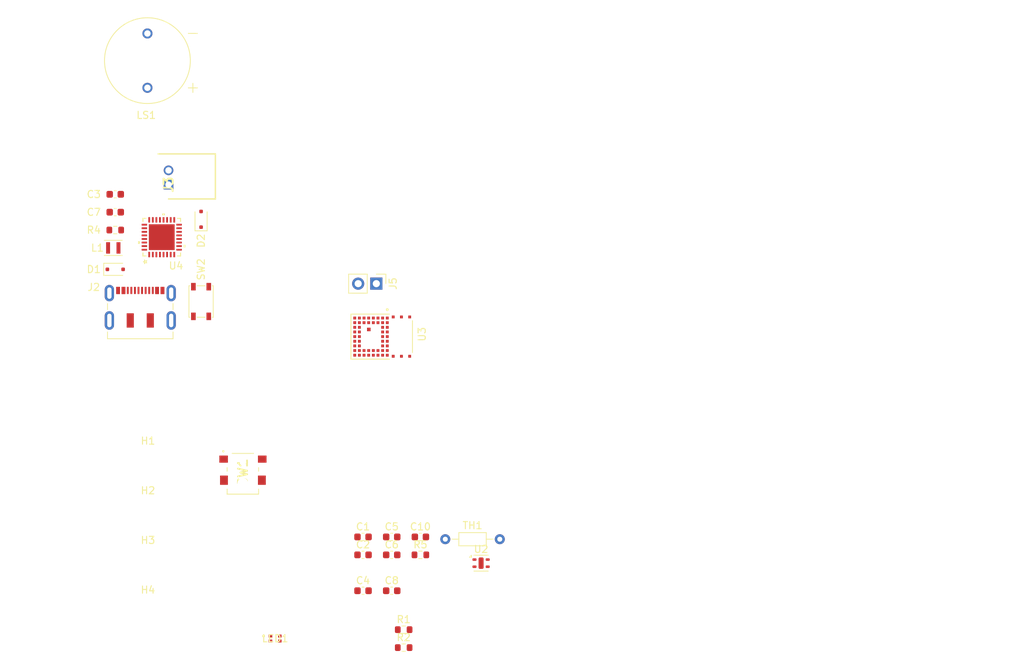
<source format=kicad_pcb>
(kicad_pcb (version 20240108) (generator "pcbnew") (generator_version "8.0")
  (layers (0 "F.Cu" signal) (1 "In1.Cu" signal) (2 "In2.Cu" signal) (31 "B.Cu" signal) (34 "B.Paste" user) (35 "F.Paste" user) (36 "B.SilkS" user "B.Silkscreen") (37 "F.SilkS" user "F.Silkscreen") (38 "B.Mask" user) (39 "F.Mask" user) (44 "Edge.Cuts" user))
  (net 0 "")
  (net 1 "GND")
  (net 2 "/Vtherm")
  (net 3 "VDD")
  (net 4 "3V3")
  (net 5 "+BATT")
  (net 7 "/VDD_THERM")
  (net 8 "VBUSOUT")
  (net 9 "/Door_IRQ")
  (net 10 "/LSOUT2")
  (net 11 "VSYS")
  (net 12 "VBUSIN")
  (net 13 "Net-(U4-SW2)")
  (net 14 "/SDA")
  (net 15 "/SCL")
  (net 16 "/SWDIO")
  (net 17 "/SWCLK")
  (net 18 "/LED1")
  (net 19 "/LED2")
  (net 20 "/LED0")
  (net 21 "Net-(U4-VSET2)")
  (net 22 "/SHPHLD")
  (net 24 "/GPIO0")
  (net 31 "/MCU_TX1")
  (net 34 "/MCU_RX1")
  (net 36 "/GPIO2")
  (net 39 "/D-")
  (net 41 "/D+")
  (net 45 "/GPIO1")
  (net 53 "/GPIO4")
  (net 54 "VBAT")
  (net 55 "/CC2")
  (net 56 "/GPIO3")
  (net 58 "/CC1")
  (footprint "Resistor_THT:R_Axial_DIN0204_L3.6mm_D1.6mm_P7.62mm_Horizontal" (layer "F.Cu") (at 85.94 129.355)
    (property "Reference" "TH1" (at 3.81 -1.92 0) (layer "F.SilkS"))
    (property "Value" "3.3K@25C")
    (fp_line (start 0.94 0) (end 1.89 0) (stroke (width 0.12)) (layer "F.SilkS"))
    (fp_line (start 1.89 -0.92) (end 1.89 0.92) (stroke (width 0.12)) (layer "F.SilkS"))
    (fp_line (start 1.89 0.92) (end 5.73 0.92) (stroke (width 0.12)) (layer "F.SilkS"))
    (fp_line (start 5.73 -0.92) (end 1.89 -0.92) (stroke (width 0.12)) (layer "F.SilkS"))
    (fp_line (start 5.73 0.92) (end 5.73 -0.92) (stroke (width 0.12)) (layer "F.SilkS"))
    (fp_line (start 6.68 0) (end 5.73 0) (stroke (width 0.12)) (layer "F.SilkS"))
    (pad "1" thru_hole circle (at 0 0) (size 1.4 1.4) (drill 0.7) (layers "*.Cu" "*.Mask") (net 2 "/Vtherm"))
    (pad "2" thru_hole oval (at 7.62 0) (size 1.4 1.4) (drill 0.7) (layers "*.Cu" "*.Mask") (net 1 "GND"))
  )
  (footprint "Capacitor_SMD:C_0603_1608Metric" (layer "F.Cu") (at 82.46 129.035)
    (property "Reference" "C10" (at 0 -1.43 0) (layer "F.SilkS"))
    (property "Value" "10uF")
    (fp_line (start -0.14058 -0.51) (end 0.14058 -0.51) (stroke (width 0.12)) (layer "F.SilkS"))
    (fp_line (start -0.14058 0.51) (end 0.14058 0.51) (stroke (width 0.12)) (layer "F.SilkS"))
    (pad "1" smd roundrect (at -0.775 0) (size 0.9 0.95) (layers "F.Cu" "F.Paste" "F.Mask") (net 11 "VSYS"))
    (pad "2" smd roundrect (at 0.775 0) (size 0.9 0.95) (layers "F.Cu" "F.Paste" "F.Mask") (net 1 "GND"))
  )
  (footprint "MountingHole:MountingHole_2.7mm_M2.5" (layer "F.Cu") (at 44.372201 119.301602)
    (property "Reference" "H1" (at 0 -3.7 0) (layer "F.SilkS"))
    (property "Value" "MountingHole")
    (pad "" np_thru_hole circle (at 0 0) (size 2.7 2.7) (drill 2.7) (layers "*.Cu" "*.Mask"))
  )
  (footprint "Sensor_Humidity:Sensirion_DFN-4-1EP_2x2mm_P1mm_EP0.7x1.6mm" (layer "F.Cu") (at 90.945 132.705)
    (property "Reference" "U2" (at 0 -1.95 0) (layer "F.SilkS"))
    (property "Value" "SHTC3")
    (fp_line (start -1 -1.11) (end 1 -1.11) (stroke (width 0.12)) (layer "F.SilkS"))
    (fp_line (start -1 1.11) (end 1 1.11) (stroke (width 0.12)) (layer "F.SilkS"))
    (fp_poly (pts (xy -1.35 -0.82) (xy -1.63 -0.82) (xy -1.35 -1.1) (xy -1.35 -0.82)) (stroke (width 0.12)) (fill solid) (layer "F.SilkS"))
    (pad "1" smd roundrect (at -0.925 -0.5) (size 0.55 0.35) (layers "F.Cu" "F.Mask") (net 3 "VDD"))
    (pad "2" smd roundrect (at -0.925 0.5) (size 0.55 0.35) (layers "F.Cu" "F.Mask") (net 15 "/SCL"))
    (pad "3" smd roundrect (at 0.925 0.5) (size 0.55 0.35) (layers "F.Cu" "F.Mask") (net 14 "/SDA"))
    (pad "4" smd roundrect (at 0.925 -0.5) (size 0.55 0.35) (layers "F.Cu" "F.Mask") (net 1 "GND"))
    (pad "5" smd roundrect (at 0 0) (size 0.7 1.6) (layers "F.Cu" "F.Mask"))
  )
  (footprint "Capacitor_SMD:C_0603_1608Metric" (layer "F.Cu") (at 78.45 131.545)
    (property "Reference" "C6" (at 0 -1.43 0) (layer "F.SilkS"))
    (property "Value" "100nF")
    (fp_line (start -0.14058 -0.51) (end 0.14058 -0.51) (stroke (width 0.12)) (layer "F.SilkS"))
    (fp_line (start -0.14058 0.51) (end 0.14058 0.51) (stroke (width 0.12)) (layer "F.SilkS"))
    (pad "1" smd roundrect (at -0.775 0) (size 0.9 0.95) (layers "F.Cu" "F.Paste" "F.Mask") (net 9 "/Door_IRQ"))
    (pad "2" smd roundrect (at 0.775 0) (size 0.9 0.95) (layers "F.Cu" "F.Paste" "F.Mask") (net 1 "GND"))
  )
  (footprint "MountingHole:MountingHole_2.7mm_M2.5" (layer "F.Cu") (at 44.372201 133.201602)
    (property "Reference" "H3" (at 0 -3.7 0) (layer "F.SilkS"))
    (property "Value" "MountingHole")
    (pad "" np_thru_hole circle (at 0 0) (size 2.7 2.7) (drill 2.7) (layers "*.Cu" "*.Mask"))
  )
  (footprint "MountingHole:MountingHole_2.7mm_M2.5" (layer "F.Cu") (at 44.372201 126.251602)
    (property "Reference" "H2" (at 0 -3.7 0) (layer "F.SilkS"))
    (property "Value" "MountingHole")
    (pad "" np_thru_hole circle (at 0 0) (size 2.7 2.7) (drill 2.7) (layers "*.Cu" "*.Mask"))
  )
  (footprint "CL-DA-1BB4-A2T:CLDA1BB4A2T" (layer "F.Cu") (at 57.65 120.2 90)
    (property "Reference" "SW1" (at 0.175 0 90) (layer "F.SilkS") (effects (font (size 1.27 1.27) (thickness 0.254))))
    (property "Value" "SW_Push_SPDT" (hide yes))
    (fp_line (start 3.2 -2.75) (end 3.2 -2.75) (stroke (width 0.2)) (layer "F.SilkS"))
    (fp_line (start 3.1 -2.75) (end 3.1 -2.75) (stroke (width 0.2)) (layer "F.SilkS"))
    (fp_line (start 3.1 -2.75) (end 3.1 -2.75) (stroke (width 0.2)) (layer "F.SilkS"))
    (fp_line (start 0.85 -2.2) (end 0.85 -2.2) (stroke (width 0.1)) (layer "F.SilkS"))
    (fp_line (start 0.85 -2.2) (end 0.35 -2.2) (stroke (width 0.1)) (layer "F.SilkS"))
    (fp_line (start 0.35 -2.2) (end 0.85 -2.2) (stroke (width 0.1)) (layer "F.SilkS"))
    (fp_line (start 0.35 -2.2) (end 0.35 -2.2) (stroke (width 0.1)) (layer "F.SilkS"))
    (fp_line (start -2.15 -2.2) (end -2.15 -2.2) (stroke (width 0.1)) (layer "F.SilkS"))
    (fp_line (start -2.15 -2.2) (end -2.85 -2.2) (stroke (width 0.1)) (layer "F.SilkS"))
    (fp_line (start -2.85 -2.2) (end -2.15 -2.2) (stroke (width 0.1)) (layer "F.SilkS"))
    (fp_line (start -2.85 -2.2) (end -2.85 -2.2) (stroke (width 0.1)) (layer "F.SilkS"))
    (fp_line (start -2.85 -2.2) (end -2.85 -2.2) (stroke (width 0.1)) (layer "F.SilkS"))
    (fp_line (start -2.85 -2.2) (end -2.85 2.2) (stroke (width 0.1)) (layer "F.SilkS"))
    (fp_line (start 2.85 -1.5) (end 2.85 -1.5) (stroke (width 0.1)) (layer "F.SilkS"))
    (fp_line (start 2.85 -1.5) (end 2.85 1.5) (stroke (width 0.1)) (layer "F.SilkS"))
    (fp_line (start 2.85 1.5) (end 2.85 -1.5) (stroke (width 0.1)) (layer "F.SilkS"))
    (fp_line (start 2.85 1.5) (end 2.85 1.5) (stroke (width 0.1)) (layer "F.SilkS"))
    (fp_line (start 0.85 2.2) (end 0.85 2.2) (stroke (width 0.1)) (layer "F.SilkS"))
    (fp_line (start 0.85 2.2) (end 0.35 2.2) (stroke (width 0.1)) (layer "F.SilkS"))
    (fp_line (start 0.35 2.2) (end 0.85 2.2) (stroke (width 0.1)) (layer "F.SilkS"))
    (fp_line (start 0.35 2.2) (end 0.35 2.2) (stroke (width 0.1)) (layer "F.SilkS"))
    (fp_line (start -2.15 2.2) (end -2.15 2.2) (stroke (width 0.1)) (layer "F.SilkS"))
    (fp_line (start -2.15 2.2) (end -2.85 2.2) (stroke (width 0.1)) (layer "F.SilkS"))
    (fp_line (start -2.85 2.2) (end -2.85 -2.2) (stroke (width 0.1)) (layer "F.SilkS"))
    (fp_line (start -2.85 2.2) (end -2.15 2.2) (stroke (width 0.1)) (layer "F.SilkS"))
    (fp_line (start -2.85 2.2) (end -2.85 2.2) (stroke (width 0.1)) (layer "F.SilkS"))
    (fp_line (start -2.85 2.2) (end -2.85 2.2) (stroke (width 0.1)) (layer "F.SilkS"))
    (fp_arc (start 3.2 -2.75) (mid 3.15 -2.7) (end 3.1 -2.75) (stroke (width 0.2)) (layer "F.SilkS"))
    (fp_arc (start 3.2 -2.75) (mid 3.15 -2.7) (end 3.1 -2.75) (stroke (width 0.2)) (layer "F.SilkS"))
    (fp_arc (start 3.1 -2.75) (mid 3.15 -2.8) (end 3.2 -2.75) (stroke (width 0.2)) (layer "F.SilkS"))
    (pad "" np_thru_hole circle (at -1.4 0 90) (size 1.54 1.54) (drill 1.54) (layers "*.Cu" "*.Mask"))
    (pad "" np_thru_hole circle (at 1.6 0 90) (size 0.9 0.9) (drill 0.9) (layers "*.Cu" "*.Mask"))
    (pad "1" smd rect (at 2.05 -2.7 90) (size 1 1.2) (layers "F.Cu" "F.Paste" "F.Mask") (net 1 "GND"))
    (pad "2" smd rect (at -0.9 -2.65 180) (size 1.1 1.3) (layers "F.Cu" "F.Paste" "F.Mask") (net 9 "/Door_IRQ"))
    (pad "3" smd rect (at 2.05 2.7 90) (size 1 1.2) (layers "F.Cu" "F.Paste" "F.Mask") (net 3 "VDD"))
    (pad "4" smd rect (at -0.9 2.65 180) (size 1.1 1.3) (layers "F.Cu" "F.Paste" "F.Mask"))
  )
  (footprint "Capacitor_SMD:C_0603_1608Metric" (layer "F.Cu") (at 39.8 81.1 180)
    (property "Reference" "C3" (at 3 0 360) (layer "F.SilkS"))
    (property "Value" "1uF")
    (fp_line (start -0.14058 0.51) (end 0.14058 0.51) (stroke (width 0.12)) (layer "F.SilkS"))
    (fp_line (start -0.14058 -0.51) (end 0.14058 -0.51) (stroke (width 0.12)) (layer "F.SilkS"))
    (pad "1" smd roundrect (at -0.775 0 180) (size 0.9 0.95) (layers "F.Cu" "F.Paste" "F.Mask") (net 8 "VBUSOUT"))
    (pad "2" smd roundrect (at 0.775 0 180) (size 0.9 0.95) (layers "F.Cu" "F.Paste" "F.Mask") (net 1 "GND"))
  )
  (footprint "MountingHole:MountingHole_2.7mm_M2.5" (layer "F.Cu") (at 44.372201 140.151602)
    (property "Reference" "H4" (at 0 -3.7 0) (layer "F.SilkS"))
    (property "Value" "MountingHole")
    (pad "" np_thru_hole circle (at 0 0) (size 2.7 2.7) (drill 2.7) (layers "*.Cu" "*.Mask"))
  )
  (footprint "Resistor_SMD:R_0603_1608Metric" (layer "F.Cu") (at 80.122 144.52)
    (property "Reference" "R2" (at 0 -1.43 0) (layer "F.SilkS"))
    (property "Value" "10K")
    (fp_line (start -0.237258 -0.5225) (end 0.237258 -0.5225) (stroke (width 0.12)) (layer "F.SilkS"))
    (fp_line (start -0.237258 0.5225) (end 0.237258 0.5225) (stroke (width 0.12)) (layer "F.SilkS"))
    (pad "1" smd roundrect (at -0.825 0) (size 0.8 0.95) (layers "F.Cu" "F.Paste" "F.Mask") (net 4 "3V3"))
    (pad "2" smd roundrect (at 0.825 0) (size 0.8 0.95) (layers "F.Cu" "F.Paste" "F.Mask") (net 15 "/SCL"))
  )
  (footprint "Button_Switch_SMD:SW_SPST_PTS810" (layer "F.Cu") (at 51.8 96.1 90)
    (property "Reference" "SW2" (at 4.5 0 90) (layer "F.SilkS"))
    (property "Value" "SW_Push")
    (fp_line (start 2.2 -1.7) (end -2.2 -1.7) (stroke (width 0.12)) (layer "F.SilkS"))
    (fp_line (start -2.2 -1.7) (end -2.2 -1.58) (stroke (width 0.12)) (layer "F.SilkS"))
    (fp_line (start 2.2 -1.58) (end 2.2 -1.7) (stroke (width 0.12)) (layer "F.SilkS"))
    (fp_line (start -2.2 -0.57) (end -2.2 0.57) (stroke (width 0.12)) (layer "F.SilkS"))
    (fp_line (start 2.2 0.57) (end 2.2 -0.57) (stroke (width 0.12)) (layer "F.SilkS"))
    (fp_line (start -2.2 1.58) (end -2.2 1.7) (stroke (width 0.12)) (layer "F.SilkS"))
    (fp_line (start 2.2 1.7) (end 2.2 1.58) (stroke (width 0.12)) (layer "F.SilkS"))
    (fp_line (start -2.2 1.7) (end 2.2 1.7) (stroke (width 0.12)) (layer "F.SilkS"))
    (pad "1" smd rect (at -2.075 -1.075 90) (size 1.05 0.65) (layers "F.Cu" "F.Paste" "F.Mask") (net 1 "GND"))
    (pad "1" smd rect (at 2.075 -1.075 90) (size 1.05 0.65) (layers "F.Cu" "F.Paste" "F.Mask") (net 1 "GND"))
    (pad "2" smd rect (at -2.075 1.075 90) (size 1.05 0.65) (layers "F.Cu" "F.Paste" "F.Mask") (net 22 "/SHPHLD"))
    (pad "2" smd rect (at 2.075 1.075 90) (size 1.05 0.65) (layers "F.Cu" "F.Paste" "F.Mask") (net 22 "/SHPHLD"))
  )
  (footprint "Capacitor_SMD:C_0603_1608Metric" (layer "F.Cu") (at 74.44 129.035)
    (property "Reference" "C1" (at 0 -1.43 0) (layer "F.SilkS"))
    (property "Value" "10uF")
    (fp_line (start -0.14058 -0.51) (end 0.14058 -0.51) (stroke (width 0.12)) (layer "F.SilkS"))
    (fp_line (start -0.14058 0.51) (end 0.14058 0.51) (stroke (width 0.12)) (layer "F.SilkS"))
    (pad "1" smd roundrect (at -0.775 0) (size 0.9 0.95) (layers "F.Cu" "F.Paste" "F.Mask") (net 4 "3V3"))
    (pad "2" smd roundrect (at 0.775 0) (size 0.9 0.95) (layers "F.Cu" "F.Paste" "F.Mask") (net 1 "GND"))
  )
  (footprint "Connector_PinHeader_2.54mm:PinHeader_1x02_P2.54mm_Vertical" (layer "F.Cu") (at 76.3 93.6 -90)
    (property "Reference" "J5" (at 0 -2.33 90) (layer "F.SilkS"))
    (property "Value" "Conn_01x02_Pin")
    (fp_line (start -1.33 3.87) (end 1.33 3.87) (stroke (width 0.12)) (layer "F.SilkS"))
    (fp_line (start -1.33 1.27) (end -1.33 3.87) (stroke (width 0.12)) (layer "F.SilkS"))
    (fp_line (start -1.33 1.27) (end 1.33 1.27) (stroke (width 0.12)) (layer "F.SilkS"))
    (fp_line (start 1.33 1.27) (end 1.33 3.87) (stroke (width 0.12)) (layer "F.SilkS"))
    (fp_line (start -1.33 0) (end -1.33 -1.33) (stroke (width 0.12)) (layer "F.SilkS"))
    (fp_line (start -1.33 -1.33) (end 0 -1.33) (stroke (width 0.12)) (layer "F.SilkS"))
    (pad "1" thru_hole rect (at 0 0 270) (size 1.7 1.7) (drill 1) (layers "*.Cu" "*.Mask") (net 17 "/SWCLK"))
    (pad "2" thru_hole oval (at 0 2.54 270) (size 1.7 1.7) (drill 1) (layers "*.Cu" "*.Mask") (net 16 "/SWDIO"))
  )
  (footprint "Diode_SMD:D_SOD-323F" (layer "F.Cu") (at 51.8 84.6 90)
    (property "Reference" "D2" (at -3 0 90) (layer "F.SilkS"))
    (property "Value" "D_TVS")
    (fp_line (start -1.61 -0.85) (end 1.05 -0.85) (stroke (width 0.12)) (layer "F.SilkS"))
    (fp_line (start -1.61 -0.85) (end -1.61 0.85) (stroke (width 0.12)) (layer "F.SilkS"))
    (fp_line (start -1.61 0.85) (end 1.05 0.85) (stroke (width 0.12)) (layer "F.SilkS"))
    (pad "1" smd roundrect (at -1.1 0 90) (size 0.5 0.5) (layers "F.Cu" "F.Paste" "F.Mask") (net 1 "GND"))
    (pad "2" smd roundrect (at 1.1 0 90) (size 0.5 0.5) (layers "F.Cu" "F.Paste" "F.Mask") (net 5 "+BATT"))
  )
  (footprint "jst:SHDRRA2W50P0X200_1X2_600X770X525P" (layer "F.Cu") (at 47.25 79.75 -90)
    (property "Reference" "J3" (at 0 0 90) (layer "F.SilkS") (effects (font (size 1.27 1.27) (thickness 0.254))))
    (property "Value" "440055-2" (hide yes))
    (fp_line (start 2 0) (end 2 -6.55) (stroke (width 0.2)) (layer "F.SilkS"))
    (fp_line (start -4.3 -6.55) (end -4.3 1.45) (stroke (width 0.2)) (layer "F.SilkS"))
    (fp_line (start 2 -6.55) (end -4.3 -6.55) (stroke (width 0.2)) (layer "F.SilkS"))
    (pad "1" thru_hole rect (at 0 0 270) (size 1.35 1.35) (drill 0.9) (layers "*.Cu" "*.Mask") (net 1 "GND"))
    (pad "2" thru_hole circle (at -2 0 270) (size 1.35 1.35) (drill 0.9) (layers "*.Cu" "*.Mask") (net 5 "+BATT"))
  )
  (footprint "Capacitor_SMD:C_0603_1608Metric" (layer "F.Cu") (at 78.45 129.035)
    (property "Reference" "C5" (at 0 -1.43 0) (layer "F.SilkS"))
    (property "Value" "2.2uF")
    (fp_line (start -0.14058 -0.51) (end 0.14058 -0.51) (stroke (width 0.12)) (layer "F.SilkS"))
    (fp_line (start -0.14058 0.51) (end 0.14058 0.51) (stroke (width 0.12)) (layer "F.SilkS"))
    (pad "1" smd roundrect (at -0.775 0) (size 0.9 0.95) (layers "F.Cu" "F.Paste" "F.Mask") (net 5 "+BATT"))
    (pad "2" smd roundrect (at 0.775 0) (size 0.9 0.95) (layers "F.Cu" "F.Paste" "F.Mask") (net 1 "GND"))
  )
  (footprint "Capacitor_SMD:C_0603_1608Metric" (layer "F.Cu") (at 39.8 83.6)
    (property "Reference" "C7" (at -3 0 0) (layer "F.SilkS"))
    (property "Value" "0.1uF")
    (fp_line (start -0.14058 -0.51) (end 0.14058 -0.51) (stroke (width 0.12)) (layer "F.SilkS"))
    (fp_line (start -0.14058 0.51) (end 0.14058 0.51) (stroke (width 0.12)) (layer "F.SilkS"))
    (pad "1" smd roundrect (at -0.775 0) (size 0.9 0.95) (layers "F.Cu" "F.Paste" "F.Mask") (net 4 "3V3"))
    (pad "2" smd roundrect (at 0.775 0) (size 0.9 0.95) (layers "F.Cu" "F.Paste" "F.Mask") (net 1 "GND"))
  )
  (footprint "Inductor_SMD:L_Murata_DFE201610P" (layer "F.Cu") (at 39.525 88.6)
    (property "Reference" "L1" (at -2.225 0 0) (layer "F.SilkS"))
    (property "Value" "2.2uH")
    (fp_line (start -1.26 -1.06) (end 1.26 -1.06) (stroke (width 0.12)) (layer "F.SilkS"))
    (fp_line (start -1.26 1.06) (end 1.26 1.06) (stroke (width 0.12)) (layer "F.SilkS"))
    (pad "1" smd rect (at -0.725 0) (size 0.55 1.6) (layers "F.Cu" "F.Paste" "F.Mask") (net 4 "3V3"))
    (pad "2" smd rect (at 0.725 0) (size 0.55 1.6) (layers "F.Cu" "F.Paste" "F.Mask") (net 13 "Net-(U4-SW2)"))
  )
  (footprint "Resistor_SMD:R_0603_1608Metric" (layer "F.Cu") (at 39.8 86.1 180)
    (property "Reference" "R4" (at 3 0 360) (layer "F.SilkS"))
    (property "Value" "330K")
    (fp_line (start -0.237258 0.5225) (end 0.237258 0.5225) (stroke (width 0.12)) (layer "F.SilkS"))
    (fp_line (start -0.237258 -0.5225) (end 0.237258 -0.5225) (stroke (width 0.12)) (layer "F.SilkS"))
    (pad "1" smd roundrect (at -0.825 0 180) (size 0.8 0.95) (layers "F.Cu" "F.Paste" "F.Mask") (net 21 "Net-(U4-VSET2)"))
    (pad "2" smd roundrect (at 0.825 0 180) (size 0.8 0.95) (layers "F.Cu" "F.Paste" "F.Mask") (net 1 "GND"))
  )
  (footprint "Capacitor_SMD:C_0603_1608Metric" (layer "F.Cu") (at 74.44 131.545)
    (property "Reference" "C2" (at 0 -1.43 0) (layer "F.SilkS"))
    (property "Value" "100nF")
    (fp_line (start -0.14058 -0.51) (end 0.14058 -0.51) (stroke (width 0.12)) (layer "F.SilkS"))
    (fp_line (start -0.14058 0.51) (end 0.14058 0.51) (stroke (width 0.12)) (layer "F.SilkS"))
    (pad "1" smd roundrect (at -0.775 0) (size 0.9 0.95) (layers "F.Cu" "F.Paste" "F.Mask") (net 3 "VDD"))
    (pad "2" smd roundrect (at 0.775 0) (size 0.9 0.95) (layers "F.Cu" "F.Paste" "F.Mask") (net 1 "GND"))
  )
  (footprint "Resistor_SMD:R_0603_1608Metric" (layer "F.Cu") (at 80.122 142.01)
    (property "Reference" "R1" (at 0 -1.43 0) (layer "F.SilkS"))
    (property "Value" "10K")
    (fp_line (start -0.237258 -0.5225) (end 0.237258 -0.5225) (stroke (width 0.12)) (layer "F.SilkS"))
    (fp_line (start -0.237258 0.5225) (end 0.237258 0.5225) (stroke (width 0.12)) (layer "F.SilkS"))
    (pad "1" smd roundrect (at -0.825 0) (size 0.8 0.95) (layers "F.Cu" "F.Paste" "F.Mask") (net 4 "3V3"))
    (pad "2" smd roundrect (at 0.825 0) (size 0.8 0.95) (layers "F.Cu" "F.Paste" "F.Mask") (net 14 "/SDA"))
  )
  (footprint "453-00059R:XCVR_453-00059R" (layer "F.Cu") (at 77.05 101.01 -90)
    (property "Reference" "U3" (at -0.325 -5.635 90) (layer "F.SilkS"))
    (property "Value" "453-00059R")
    (fp_line (start -3.15 4.3) (end 3.15 4.3) (stroke (width 0.127)) (layer "F.SilkS"))
    (fp_line (start -3.15 4.3) (end -3.15 -1.09) (stroke (width 0.127)) (layer "F.SilkS"))
    (fp_line (start 3.15 4.3) (end 3.15 -1.09) (stroke (width 0.127)) (layer "F.SilkS"))
    (fp_line (start -2.23 -4.3) (end 2.23 -4.3) (stroke (width 0.127)) (layer "F.SilkS"))
    (fp_circle (center -3.773 -0.78) (end -3.673 -0.78) (stroke (width 0.2)) (fill none) (layer "F.SilkS"))
    (pad "1" smd rect (at -2.6 -0.78 270) (size 0.4 0.4) (layers "F.Cu" "F.Paste" "F.Mask") (net 1 "GND"))
    (pad "2" smd rect (at -1.95 -0.78 270) (size 0.4 0.4) (layers "F.Cu" "F.Paste" "F.Mask"))
    (pad "3" smd rect (at -1.3 -0.78 270) (size 0.4 0.4) (layers "F.Cu" "F.Paste" "F.Mask") (net 1 "GND"))
    (pad "4" smd rect (at -0.65 -0.78 270) (size 0.4 0.4) (layers "F.Cu" "F.Paste" "F.Mask"))
    (pad "5" smd rect (at 0 -0.78 270) (size 0.4 0.4) (layers "F.Cu" "F.Paste" "F.Mask") (net 1 "GND"))
    (pad "6" smd rect (at 0.65 -0.78 270) (size 0.4 0.4) (layers "F.Cu" "F.Paste" "F.Mask"))
    (pad "7" smd rect (at 1.3 -0.78 270) (size 0.4 0.4) (layers "F.Cu" "F.Paste" "F.Mask") (net 1 "GND"))
    (pad "8" smd rect (at 1.95 -0.78 270) (size 0.4 0.4) (layers "F.Cu" "F.Paste" "F.Mask"))
    (pad "9" smd rect (at 2.6 -0.78 270) (size 0.4 0.4) (layers "F.Cu" "F.Paste" "F.Mask") (net 1 "GND"))
    (pad "10" smd rect (at 2.6 -0.13 270) (size 0.4 0.4) (layers "F.Cu" "F.Paste" "F.Mask") (net 2 "/Vtherm"))
    (pad "11" smd rect (at 2.6 0.52 270) (size 0.4 0.4) (layers "F.Cu" "F.Paste" "F.Mask") (net 1 "GND"))
    (pad "12" smd rect (at 2.6 1.17 270) (size 0.4 0.4) (layers "F.Cu" "F.Paste" "F.Mask"))
    (pad "13" smd rect (at 2.6 1.82 270) (size 0.4 0.4) (layers "F.Cu" "F.Paste" "F.Mask"))
    (pad "14" smd rect (at 2.6 2.47 270) (size 0.4 0.4) (layers "F.Cu" "F.Paste" "F.Mask") (net 34 "/MCU_RX1"))
    (pad "15" smd rect (at 2.6 3.12 270) (size 0.4 0.4) (layers "F.Cu" "F.Paste" "F.Mask"))
    (pad "16" smd rect (at 2.6 3.77 270) (size 0.4 0.4) (layers "F.Cu" "F.Paste" "F.Mask") (net 1 "GND"))
    (pad "17" smd rect (at 1.95 3.77 270) (size 0.4 0.4) (layers "F.Cu" "F.Paste" "F.Mask"))
    (pad "18" smd rect (at 1.3 3.77 270) (size 0.4 0.4) (layers "F.Cu" "F.Paste" "F.Mask") (net 1 "GND"))
    (pad "19" smd rect (at 0.65 3.77 270) (size 0.4 0.4) (layers "F.Cu" "F.Paste" "F.Mask") (net 24 "/GPIO0"))
    (pad "20" smd rect (at 0 3.77 270) (size 0.4 0.4) (layers "F.Cu" "F.Paste" "F.Mask") (net 1 "GND"))
    (pad "21" smd rect (at -0.65 3.77 270) (size 0.4 0.4) (layers "F.Cu" "F.Paste" "F.Mask") (net 4 "3V3"))
    (pad "22" smd rect (at -1.3 3.77 270) (size 0.4 0.4) (layers "F.Cu" "F.Paste" "F.Mask") (net 4 "3V3"))
    (pad "23" smd rect (at -1.95 3.77 270) (size 0.4 0.4) (layers "F.Cu" "F.Paste" "F.Mask"))
    (pad "24" smd rect (at -2.6 3.77 270) (size 0.4 0.4) (layers "F.Cu" "F.Paste" "F.Mask") (net 1 "GND"))
    (pad "25" smd rect (at -2.6 3.12 270) (size 0.4 0.4) (layers "F.Cu" "F.Paste" "F.Mask") (net 8 "VBUSOUT"))
    (pad "26" smd rect (at -2.6 2.47 270) (size 0.4 0.4) (layers "F.Cu" "F.Paste" "F.Mask") (net 41 "/D+"))
    (pad "27" smd rect (at -2.6 1.82 270) (size 0.4 0.4) (layers "F.Cu" "F.Paste" "F.Mask"))
    (pad "28" smd rect (at -2.6 1.17 270) (size 0.4 0.4) (layers "F.Cu" "F.Paste" "F.Mask"))
    (pad "29" smd rect (at -2.6 0.52 270) (size 0.4 0.4) (layers "F.Cu" "F.Paste" "F.Mask") (net 45 "/GPIO1"))
    (pad "30" smd rect (at -2.6 -0.13 270) (size 0.4 0.4) (layers "F.Cu" "F.Paste" "F.Mask") (net 4 "3V3"))
    (pad "31" smd rect (at -1.95 -0.13 270) (size 0.4 0.4) (layers "F.Cu" "F.Paste" "F.Mask") (net 17 "/SWCLK"))
    (pad "32" smd rect (at -1.3 -0.13 270) (size 0.4 0.4) (layers "F.Cu" "F.Paste" "F.Mask"))
    (pad "33" smd rect (at -0.65 -0.13 270) (size 0.4 0.4) (layers "F.Cu" "F.Paste" "F.Mask"))
    (pad "34" smd rect (at 0 -0.13 270) (size 0.4 0.4) (layers "F.Cu" "F.Paste" "F.Mask"))
    (pad "35" smd rect (at 0.65 -0.13 270) (size 0.4 0.4) (layers "F.Cu" "F.Paste" "F.Mask"))
    (pad "36" smd rect (at 1.3 -0.13 270) (size 0.4 0.4) (layers "F.Cu" "F.Paste" "F.Mask") (net 7 "/VDD_THERM"))
    (pad "37" smd rect (at 1.95 -0.13 270) (size 0.4 0.4) (layers "F.Cu" "F.Paste" "F.Mask") (net 9 "/Door_IRQ"))
    (pad "38" smd rect (at 1.95 0.52 270) (size 0.4 0.4) (layers "F.Cu" "F.Paste" "F.Mask"))
    (pad "39" smd rect (at 1.95 1.17 270) (size 0.4 0.4) (layers "F.Cu" "F.Paste" "F.Mask"))
    (pad "40" smd rect (at 1.95 1.82 270) (size 0.4 0.4) (layers "F.Cu" "F.Paste" "F.Mask") (net 15 "/SCL"))
    (pad "41" smd rect (at 1.95 2.47 270) (size 0.4 0.4) (layers "F.Cu" "F.Paste" "F.Mask"))
    (pad "42" smd rect (at 1.95 3.12 270) (size 0.4 0.4) (layers "F.Cu" "F.Paste" "F.Mask") (net 31 "/MCU_TX1"))
    (pad "43" smd rect (at 1.3 3.12 270) (size 0.4 0.4) (layers "F.Cu" "F.Paste" "F.Mask"))
    (pad "44" smd rect (at 0.65 3.12 270) (size 0.4 0.4) (layers "F.Cu" "F.Paste" "F.Mask"))
    (pad "45" smd rect (at 0 3.12 270) (size 0.4 0.4) (layers "F.Cu" "F.Paste" "F.Mask") (net 14 "/SDA"))
    (pad "46" smd rect (at -0.65 3.12 270) (size 0.4 0.4) (layers "F.Cu" "F.Paste" "F.Mask") (net 36 "/GPIO2"))
    (pad "47" smd rect (at -1.3 3.12 270) (size 0.4 0.4) (layers "F.Cu" "F.Paste" "F.Mask"))
    (pad "48" smd rect (at -1.95 3.12 270) (size 0.4 0.4) (layers "F.Cu" "F.Paste" "F.Mask") (net 1 "GND"))
    (pad "49" smd rect (at -1.95 2.47 270) (size 0.4 0.4) (layers "F.Cu" "F.Paste" "F.Mask") (net 39 "/D-"))
    (pad "50" smd rect (at -1.95 1.82 270) (size 0.4 0.4) (layers "F.Cu" "F.Paste" "F.Mask"))
    (pad "51" smd rect (at -1.95 1.17 270) (size 0.4 0.4) (layers "F.Cu" "F.Paste" "F.Mask"))
    (pad "52" smd rect (at -1.95 0.52 270) (size 0.4 0.4) (layers "F.Cu" "F.Paste" "F.Mask") (net 16 "/SWDIO"))
    (pad "G1" smd rect (at -1 1.8 270) (size 0.5 0.5) (layers "F.Cu" "F.Paste" "F.Mask") (net 1 "GND"))
    (pad "G2" smd rect (at 2.75 -3.91 270) (size 0.4 0.4) (layers "F.Cu" "F.Paste" "F.Mask") (net 1 "GND"))
    (pad "G3" smd rect (at 2.75 -2.76 270) (size 0.4 0.4) (layers "F.Cu" "F.Paste" "F.Mask") (net 1 "GND"))
    (pad "G4" smd rect (at 2.75 -1.61 270) (size 0.4 0.4) (layers "F.Cu" "F.Paste" "F.Mask") (net 1 "GND"))
    (pad "G5" smd rect (at -2.75 -1.61 270) (size 0.4 0.4) (layers "F.Cu" "F.Paste" "F.Mask") (net 1 "GND"))
    (pad "G6" smd rect (at -2.75 -2.76 270) (size 0.4 0.4) (layers "F.Cu" "F.Paste" "F.Mask") (net 1 "GND"))
    (pad "G7" smd rect (at -2.75 -3.91 270) (size 0.4 0.4) (layers "F.Cu" "F.Paste" "F.Mask") (net 1 "GND"))
  )
  (footprint "AI-1223-TWT-3V-2-R:XDCR_AI-1223-TWT-3V-2-R" (layer "F.Cu") (at 44.3 62.4 180)
    (property "Reference" "LS1" (at 0.175 -7.635 360) (layer "F.SilkS"))
    (property "Value" "AI-1223-TWT-3V-2-R")
    (fp_line (start -6.35 -4.445) (end -6.35 -3.175) (stroke (width 0.127)) (layer "F.SilkS"))
    (fp_line (start -6.985 3.81) (end -5.715 3.81) (stroke (width 0.127)) (layer "F.SilkS"))
    (fp_line (start -6.985 -3.81) (end -5.715 -3.81) (stroke (width 0.127)) (layer "F.SilkS"))
    (fp_circle (center 0 0) (end 6 0) (stroke (width 0.127)) (fill none) (layer "F.SilkS"))
    (pad "N" thru_hole circle (at 0 3.8 180) (size 1.408 1.408) (drill 0.9) (layers "*.Cu" "*.Mask") (net 1 "GND"))
    (pad "P" thru_hole circle (at 0 -3.8 180) (size 1.408 1.408) (drill 0.9) (layers "*.Cu" "*.Mask") (net 10 "/LSOUT2"))
  )
  (footprint "Capacitor_SMD:C_0603_1608Metric" (layer "F.Cu") (at 78.45 136.565)
    (property "Reference" "C8" (at 0 -1.43 0) (layer "F.SilkS"))
    (property "Value" "1uF")
    (fp_line (start -0.14058 -0.51) (end 0.14058 -0.51) (stroke (width 0.12)) (layer "F.SilkS"))
    (fp_line (start -0.14058 0.51) (end 0.14058 0.51) (stroke (width 0.12)) (layer "F.SilkS"))
    (pad "1" smd roundrect (at -0.775 0) (size 0.9 0.95) (layers "F.Cu" "F.Paste" "F.Mask") (net 10 "/LSOUT2"))
    (pad "2" smd roundrect (at 0.775 0) (size 0.9 0.95) (layers "F.Cu" "F.Paste" "F.Mask") (net 1 "GND"))
  )
  (footprint "Resistor_SMD:R_0603_1608Metric" (layer "F.Cu") (at 82.46 131.545)
    (property "Reference" "R5" (at 0 -1.43 0) (layer "F.SilkS"))
    (property "Value" "20K")
    (fp_line (start -0.237258 -0.5225) (end 0.237258 -0.5225) (stroke (width 0.12)) (layer "F.SilkS"))
    (fp_line (start -0.237258 0.5225) (end 0.237258 0.5225) (stroke (width 0.12)) (layer "F.SilkS"))
    (pad "1" smd roundrect (at -0.825 0) (size 0.8 0.95) (layers "F.Cu" "F.Paste" "F.Mask") (net 7 "/VDD_THERM"))
    (pad "2" smd roundrect (at 0.825 0) (size 0.8 0.95) (layers "F.Cu" "F.Paste" "F.Mask") (net 2 "/Vtherm"))
  )
  (footprint "ul_APHF1608LSEEQBDZGKC:APHF_KNB" (layer "F.Cu") (at 62.150001 143.250001)
    (property "Reference" "LED1" (at 0 0 0) (layer "F.SilkS"))
    (property "Value" "APHF1608LSEEQBDZGKC")
    (fp_circle (center -1.6096 -0.35) (end -1.4826 -0.35) (stroke (width 0.1524)) (fill none) (layer "F.SilkS"))
    (pad "1" smd rect (at -0.649999 -0.349999) (size 0.508 0.4064) (layers "F.Cu" "F.Paste" "F.Mask") (net 11 "VSYS"))
    (pad "2" smd rect (at -0.649999 0.349999) (size 0.508 0.4064) (layers "F.Cu" "F.Paste" "F.Mask") (net 20 "/LED0"))
    (pad "3" smd rect (at 0.649999 0.349999) (size 0.508 0.4064) (layers "F.Cu" "F.Paste" "F.Mask") (net 18 "/LED1"))
    (pad "4" smd rect (at 0.649999 -0.349999) (size 0.508 0.4064) (layers "F.Cu" "F.Paste" "F.Mask") (net 19 "/LED2"))
  )
  (footprint "Capacitor_SMD:C_0603_1608Metric" (layer "F.Cu") (at 74.44 136.565)
    (property "Reference" "C4" (at 0 -1.43 0) (layer "F.SilkS"))
    (property "Value" "100nF")
    (fp_line (start -0.14058 -0.51) (end 0.14058 -0.51) (stroke (width 0.12)) (layer "F.SilkS"))
    (fp_line (start -0.14058 0.51) (end 0.14058 0.51) (stroke (width 0.12)) (layer "F.SilkS"))
    (pad "1" smd roundrect (at -0.775 0) (size 0.9 0.95) (layers "F.Cu" "F.Paste" "F.Mask") (net 2 "/Vtherm"))
    (pad "2" smd roundrect (at 0.775 0) (size 0.9 0.95) (layers "F.Cu" "F.Paste" "F.Mask") (net 1 "GND"))
  )
  (footprint "ul_NPM1300-QEAA-R7:QFN32_5X5_NOR" (layer "F.Cu") (at 46.3 87.1 90)
    (property "Reference" "U4" (at -4 2 0) (layer "F.SilkS"))
    (property "Value" "NPM1300-QEAA-R7")
    (fp_line (start 2.6289 -2.6289) (end 2.209739 -2.6289) (stroke (width 0.1524)) (layer "F.SilkS"))
    (fp_line (start -2.209739 -2.6289) (end -2.6289 -2.6289) (stroke (width 0.1524)) (layer "F.SilkS"))
    (fp_line (start -2.6289 -2.6289) (end -2.6289 -2.209739) (stroke (width 0.1524)) (layer "F.SilkS"))
    (fp_line (start 2.6289 -2.209739) (end 2.6289 -2.6289) (stroke (width 0.1524)) (layer "F.SilkS"))
    (fp_line (start -2.6289 2.209739) (end -2.6289 2.6289) (stroke (width 0.1524)) (layer "F.SilkS"))
    (fp_line (start 2.6289 2.6289) (end 2.6289 2.209739) (stroke (width 0.1524)) (layer "F.SilkS"))
    (fp_line (start 2.209739 2.6289) (end 2.6289 2.6289) (stroke (width 0.1524)) (layer "F.SilkS"))
    (fp_line (start -2.6289 2.6289) (end -2.209739 2.6289) (stroke (width 0.1524)) (layer "F.SilkS"))
    (fp_poly (pts (xy -0.940501 -3.0607) (xy -0.940501 -3.3147) (xy -0.559501 -3.3147) (xy -0.559501 -3.0607)) (fill solid) (layer "F.SilkS"))
    (fp_poly (pts (xy 3.3147 0.059499) (xy 3.3147 0.4405) (xy 3.0607 0.4405) (xy 3.0607 0.059499)) (fill solid) (layer "F.SilkS"))
    (fp_poly (pts (xy -1.4405 3.0607) (xy -1.4405 3.3147) (xy -1.0595 3.3147) (xy -1.0595 3.0607)) (fill solid) (layer "F.SilkS"))
    (fp_text user "*" (at -3.4417 -2 90) (layer "F.SilkS"))
    (fp_text user "*" (at -3.4417 -2 90) (layer "F.SilkS"))
    (pad "1" smd rect (at -2.4257 -1.749999 180) (size 0.254 0.762) (layers "F.Cu" "F.Paste" "F.Mask") (net 11 "VSYS"))
    (pad "2" smd rect (at -2.4257 -1.25 180) (size 0.254 0.762) (layers "F.Cu" "F.Paste" "F.Mask") (net 1 "GND"))
    (pad "3" smd rect (at -2.4257 -0.750001 180) (size 0.254 0.762) (layers "F.Cu" "F.Paste" "F.Mask"))
    (pad "4" smd rect (at -2.4257 -0.25 180) (size 0.254 0.762) (layers "F.Cu" "F.Paste" "F.Mask") (net 11 "VSYS"))
    (pad "5" smd rect (at -2.4257 0.25 180) (size 0.254 0.762) (layers "F.Cu" "F.Paste" "F.Mask") (net 13 "Net-(U4-SW2)"))
    (pad "6" smd rect (at -2.4257 0.750001 180) (size 0.254 0.762) (layers "F.Cu" "F.Paste" "F.Mask") (net 1 "GND"))
    (pad "7" smd rect (at -2.4257 1.25 180) (size 0.254 0.762) (layers "F.Cu" "F.Paste" "F.Mask") (net 24 "/GPIO0"))
    (pad "8" smd rect (at -2.4257 1.749999 180) (size 0.254 0.762) (layers "F.Cu" "F.Paste" "F.Mask") (net 45 "/GPIO1"))
    (pad "9" smd rect (at -1.749999 2.4257 90) (size 0.254 0.762) (layers "F.Cu" "F.Paste" "F.Mask") (net 36 "/GPIO2"))
    (pad "10" smd rect (at -1.25 2.4257 90) (size 0.254 0.762) (layers "F.Cu" "F.Paste" "F.Mask") (net 56 "/GPIO3"))
    (pad "11" smd rect (at -0.750001 2.4257 90) (size 0.254 0.762) (layers "F.Cu" "F.Paste" "F.Mask") (net 53 "/GPIO4"))
    (pad "12" smd rect (at -0.25 2.4257 90) (size 0.254 0.762) (layers "F.Cu" "F.Paste" "F.Mask") (net 4 "3V3"))
    (pad "13" smd rect (at 0.25 2.4257 90) (size 0.254 0.762) (layers "F.Cu" "F.Paste" "F.Mask") (net 14 "/SDA"))
    (pad "14" smd rect (at 0.750001 2.4257 90) (size 0.254 0.762) (layers "F.Cu" "F.Paste" "F.Mask") (net 15 "/SCL"))
    (pad "15" smd rect (at 1.25 2.4257 90) (size 0.254 0.762) (layers "F.Cu" "F.Paste" "F.Mask") (net 22 "/SHPHLD"))
    (pad "16" smd rect (at 1.749999 2.4257 90) (size 0.254 0.762) (layers "F.Cu" "F.Paste" "F.Mask") (net 21 "Net-(U4-VSET2)"))
    (pad "17" smd rect (at 2.4257 1.749999 180) (size 0.254 0.762) (layers "F.Cu" "F.Paste" "F.Mask") (net 1 "GND"))
    (pad "18" smd rect (at 2.4257 1.25 180) (size 0.254 0.762) (layers "F.Cu" "F.Paste" "F.Mask") (net 1 "GND"))
    (pad "19" smd rect (at 2.4257 0.750001 180) (size 0.254 0.762) (layers "F.Cu" "F.Paste" "F.Mask") (net 54 "VBAT"))
    (pad "20" smd rect (at 2.4257 0.25 180) (size 0.254 0.762) (layers "F.Cu" "F.Paste" "F.Mask") (net 11 "VSYS"))
    (pad "21" smd rect (at 2.4257 -0.25 180) (size 0.254 0.762) (layers "F.Cu" "F.Paste" "F.Mask") (net 12 "VBUSIN"))
    (pad "22" smd rect (at 2.4257 -0.750001 180) (size 0.254 0.762) (layers "F.Cu" "F.Paste" "F.Mask") (net 8 "VBUSOUT"))
    (pad "23" smd rect (at 2.4257 -1.25 180) (size 0.254 0.762) (layers "F.Cu" "F.Paste" "F.Mask") (net 58 "/CC1"))
    (pad "24" smd rect (at 2.4257 -1.749999 180) (size 0.254 0.762) (layers "F.Cu" "F.Paste" "F.Mask") (net 55 "/CC2"))
    (pad "25" smd rect (at 1.749999 -2.4257 90) (size 0.254 0.762) (layers "F.Cu" "F.Paste" "F.Mask") (net 20 "/LED0"))
    (pad "26" smd rect (at 1.25 -2.4257 90) (size 0.254 0.762) (layers "F.Cu" "F.Paste" "F.Mask") (net 18 "/LED1"))
    (pad "27" smd rect (at 0.750001 -2.4257 90) (size 0.254 0.762) (layers "F.Cu" "F.Paste" "F.Mask") (net 19 "/LED2"))
    (pad "28" smd rect (at 0.25 -2.4257 90) (size 0.254 0.762) (layers "F.Cu" "F.Paste" "F.Mask") (net 1 "GND"))
    (pad "29" smd rect (at -0.25 -2.4257 90) (size 0.254 0.762) (layers "F.Cu" "F.Paste" "F.Mask") (net 1 "GND"))
    (pad "30" smd rect (at -0.750001 -2.4257 90) (size 0.254 0.762) (layers "F.Cu" "F.Paste" "F.Mask") (net 4 "3V3"))
    (pad "31" smd rect (at -1.25 -2.4257 90) (size 0.254 0.762) (layers "F.Cu" "F.Paste" "F.Mask") (net 10 "/LSOUT2"))
    (pad "32" smd rect (at -1.749999 -2.4257 90) (size 0.254 0.762) (layers "F.Cu" "F.Paste" "F.Mask") (net 4 "3V3"))
    (pad "33" smd rect (at 0 0 90) (size 3.6068 3.6068) (layers "F.Cu" "F.Paste" "F.Mask") (net 1 "GND"))
  )
  (footprint "Connector_USB:USB_C_Receptacle_JAE_DX07S016JA1R1500" (layer "F.Cu") (at 43.3 97.6)
    (property "Reference" "J2" (at -6.5 -3.5 360) (layer "F.SilkS"))
    (property "Value" "USB_C_Receptacle_USB2.0_16P")
    (fp_line (start -4.58 -1.215) (end -4.58 -0.36) (stroke (width 0.12)) (layer "F.SilkS"))
    (fp_line (start -4.58 2.76) (end -4.58 3.71) (stroke (width 0.12)) (layer "F.SilkS"))
    (fp_line (start -4.58 3.71) (end 4.58 3.71) (stroke (width 0.12)) (layer "F.SilkS"))
    (fp_line (start 4.58 -1.215) (end 4.58 -0.36) (stroke (width 0.12)) (layer "F.SilkS"))
    (fp_line (start 4.58 2.76) (end 4.58 3.71) (stroke (width 0.12)) (layer "F.SilkS"))
    (pad "" np_thru_hole circle (at -3 -1.95) (size 0.6 0.6) (drill 0.6) (layers "F&B.Cu" "*.Mask"))
    (pad "" smd rect (at -1.4 1.15) (size 1 2) (layers "F.Cu" "F.Paste" "F.Mask"))
    (pad "" smd rect (at 1.4 1.15) (size 1 2) (layers "F.Cu" "F.Paste" "F.Mask"))
    (pad "" np_thru_hole oval (at 3 -1.95) (size 0.85 0.6) (drill oval 0.85 0.6) (layers "F&B.Cu" "*.Mask"))
    (pad "A1" smd rect (at -3.1 -3.05) (size 0.52 1) (layers "F.Cu" "F.Paste" "F.Mask") (net 1 "GND"))
    (pad "A4" smd rect (at -2.35 -3.05) (size 0.52 1) (layers "F.Cu" "F.Paste" "F.Mask") (net 12 "VBUSIN"))
    (pad "A5" smd rect (at -1.75 -3.05) (size 0.27 1) (layers "F.Cu" "F.Paste" "F.Mask") (net 58 "/CC1"))
    (pad "A6" smd rect (at -0.25 -3.05) (size 0.27 1) (layers "F.Cu" "F.Paste" "F.Mask") (net 41 "/D+"))
    (pad "A7" smd rect (at 0.75 -3.05) (size 0.27 1) (layers "F.Cu" "F.Paste" "F.Mask") (net 39 "/D-"))
    (pad "A8" smd rect (at 1.75 -3.05) (size 0.27 1) (layers "F.Cu" "F.Paste" "F.Mask"))
    (pad "A9" smd rect (at 2.35 -3.05) (size 0.52 1) (layers "F.Cu" "F.Paste" "F.Mask") (net 12 "VBUSIN"))
    (pad "A12" smd rect (at 3.1 -3.05) (size 0.52 1) (layers "F.Cu" "F.Paste" "F.Mask") (net 1 "GND"))
    (pad "B1" smd rect (at 3.1 -3.05) (size 0.52 1) (layers "F.Cu" "F.Paste" "F.Mask") (net 1 "GND"))
    (pad "B4" smd rect (at 2.35 -3.05) (size 0.52 1) (layers "F.Cu" "F.Paste" "F.Mask") (net 12 "VBUSIN"))
    (pad "B5" smd rect (at 1.25 -3.05) (size 0.27 1) (layers "F.Cu" "F.Paste" "F.Mask") (net 55 "/CC2"))
    (pad "B6" smd rect (at 0.25 -3.05) (size 0.27 1) (layers "F.Cu" "F.Paste" "F.Mask") (net 41 "/D+"))
    (pad "B7" smd rect (at -0.75 -3.05) (size 0.27 1) (layers "F.Cu" "F.Paste" "F.Mask") (net 39 "/D-"))
    (pad "B8" smd rect (at -1.25 -3.05) (size 0.27 1) (layers "F.Cu" "F.Paste" "F.Mask"))
    (pad "B9" smd rect (at -2.35 -3.05) (size 0.52 1) (layers "F.Cu" "F.Paste" "F.Mask") (net 12 "VBUSIN"))
    (pad "B12" smd rect (at -3.1 -3.05) (size 0.52 1) (layers "F.Cu" "F.Paste" "F.Mask") (net 1 "GND"))
    (pad "S1" thru_hole oval (at -4.32 -2.675) (size 1.3 2.3) (drill oval 0.6 1.6) (layers "*.Cu" "*.Mask") (net 1 "GND"))
    (pad "S1" thru_hole oval (at -4.32 1.15) (size 1.3 2.6) (drill oval 0.6 1.9) (layers "*.Cu" "*.Mask") (net 1 "GND"))
    (pad "S1" thru_hole oval (at 4.32 -2.675) (size 1.3 2.3) (drill oval 0.6 1.6) (layers "*.Cu" "*.Mask") (net 1 "GND"))
    (pad "S1" thru_hole oval (at 4.32 1.15) (size 1.3 2.6) (drill oval 0.6 1.9) (layers "*.Cu" "*.Mask") (net 1 "GND"))
  )
  (footprint "Diode_SMD:D_SOD-323F" (layer "F.Cu") (at 39.8 91.6)
    (property "Reference" "D1" (at -3 0 360) (layer "F.SilkS"))
    (property "Value" "D_TVS")
    (fp_line (start -1.61 -0.85) (end -1.61 0.85) (stroke (width 0.12)) (layer "F.SilkS"))
    (fp_line (start -1.61 -0.85) (end 1.05 -0.85) (stroke (width 0.12)) (layer "F.SilkS"))
    (fp_line (start -1.61 0.85) (end 1.05 0.85) (stroke (width 0.12)) (layer "F.SilkS"))
    (pad "1" smd roundrect (at -1.1 0) (size 0.5 0.5) (layers "F.Cu" "F.Paste" "F.Mask") (net 1 "GND"))
    (pad "2" smd roundrect (at 1.1 0) (size 0.5 0.5) (layers "F.Cu" "F.Paste" "F.Mask") (net 12 "VBUSIN"))
  )
)
</source>
